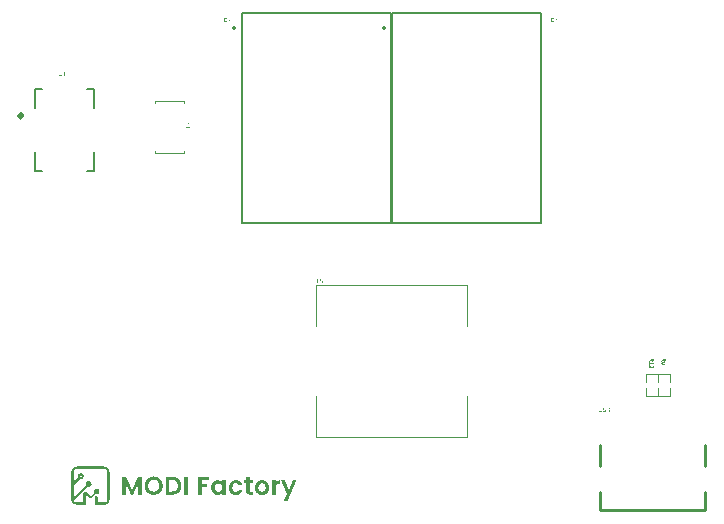
<source format=gto>
G04 Layer: TopSilkscreenLayer*
G04 EasyEDA v6.5.39, 2023-12-11 18:00:09*
G04 fc83978cdc934b7da63e149a84a413c2,10*
G04 Gerber Generator version 0.2*
G04 Scale: 100 percent, Rotated: No, Reflected: No *
G04 Dimensions in millimeters *
G04 leading zeros omitted , absolute positions ,4 integer and 5 decimal *
%FSLAX45Y45*%
%MOMM*%

%ADD10C,0.1016*%
%ADD11C,0.2540*%
%ADD12C,0.1001*%
%ADD13C,0.1270*%
%ADD14C,0.3000*%
%ADD15C,0.1999*%
%ADD16C,0.0171*%

%LPD*%
G36*
X638251Y-3889552D02*
G01*
X636676Y-3890060D01*
X633476Y-3890162D01*
X625652Y-3891483D01*
X618845Y-3893413D01*
X611073Y-3897122D01*
X607161Y-3900017D01*
X602589Y-3904589D01*
X599541Y-3908704D01*
X595985Y-3916222D01*
X594766Y-3920134D01*
X593394Y-3926281D01*
X592074Y-3936847D01*
X592074Y-4166158D01*
X593394Y-4176928D01*
X594055Y-4180128D01*
X596646Y-4188714D01*
X599541Y-4194505D01*
X602538Y-4198620D01*
X607161Y-4203192D01*
X611073Y-4206087D01*
X617524Y-4209237D01*
X620776Y-4210456D01*
X624636Y-4211523D01*
X637286Y-4213453D01*
X712978Y-4213707D01*
X712978Y-4126839D01*
X713740Y-4126433D01*
X738784Y-4151325D01*
X742340Y-4153966D01*
X745896Y-4155897D01*
X750112Y-4157421D01*
X758240Y-4157421D01*
X762406Y-4155897D01*
X766013Y-4153966D01*
X769569Y-4151376D01*
X795832Y-4124909D01*
X798728Y-4125925D01*
X804722Y-4126737D01*
X810768Y-4125925D01*
X813308Y-4125214D01*
X818184Y-4122826D01*
X820775Y-4120845D01*
X824077Y-4117594D01*
X826719Y-4113631D01*
X828040Y-4110786D01*
X829513Y-4106214D01*
X829513Y-4097172D01*
X828090Y-4092600D01*
X826109Y-4088739D01*
X822807Y-4084269D01*
X818540Y-4080764D01*
X813206Y-4078173D01*
X808177Y-4076903D01*
X801979Y-4076903D01*
X796493Y-4078224D01*
X793242Y-4079646D01*
X788720Y-4082643D01*
X785114Y-4086453D01*
X782828Y-4090009D01*
X781405Y-4093057D01*
X780135Y-4097934D01*
X780135Y-4103319D01*
X799490Y-4103319D01*
X799490Y-4100068D01*
X800506Y-4098137D01*
X802944Y-4096359D01*
X806399Y-4096359D01*
X808228Y-4097274D01*
X809904Y-4099255D01*
X810310Y-4101541D01*
X809904Y-4104436D01*
X807720Y-4106621D01*
X804672Y-4107484D01*
X802335Y-4106621D01*
X800506Y-4105351D01*
X799490Y-4103319D01*
X780135Y-4103319D01*
X780135Y-4105503D01*
X781812Y-4111244D01*
X780034Y-4113377D01*
X756615Y-4137050D01*
X754176Y-4138320D01*
X751789Y-4137050D01*
X720852Y-4106214D01*
X717397Y-4103522D01*
X715111Y-4102252D01*
X711200Y-4100880D01*
X705358Y-4100880D01*
X702056Y-4102100D01*
X699109Y-4104132D01*
X696874Y-4106875D01*
X695299Y-4109770D01*
X694080Y-4113682D01*
X693724Y-4194098D01*
X642823Y-4194301D01*
X633730Y-4193540D01*
X629056Y-4192574D01*
X624738Y-4191304D01*
X621995Y-4190034D01*
X618845Y-4187647D01*
X616712Y-4185310D01*
X614121Y-4180128D01*
X613105Y-4176014D01*
X729488Y-4059631D01*
X736854Y-4061307D01*
X741070Y-4061307D01*
X746861Y-4059986D01*
X752551Y-4057345D01*
X756716Y-4053890D01*
X759968Y-4049877D01*
X762050Y-4045610D01*
X762762Y-4043679D01*
X763879Y-4038142D01*
X763879Y-4034434D01*
X762050Y-4027119D01*
X759866Y-4022699D01*
X756462Y-4018584D01*
X752449Y-4015333D01*
X748182Y-4013250D01*
X746302Y-4012539D01*
X741070Y-4011422D01*
X736650Y-4011422D01*
X730656Y-4012793D01*
X726490Y-4014673D01*
X723544Y-4016705D01*
X720039Y-4020007D01*
X717296Y-4023868D01*
X715975Y-4026458D01*
X714857Y-4029710D01*
X713994Y-4034231D01*
X713994Y-4037736D01*
X733450Y-4037736D01*
X733450Y-4034891D01*
X734974Y-4032402D01*
X737463Y-4030878D01*
X740359Y-4030827D01*
X743000Y-4032402D01*
X744474Y-4034993D01*
X744474Y-4037736D01*
X743000Y-4040327D01*
X740359Y-4041851D01*
X737514Y-4041851D01*
X734872Y-4040327D01*
X733450Y-4037736D01*
X713994Y-4037736D01*
X714908Y-4043019D01*
X715670Y-4045813D01*
X612038Y-4149496D01*
X611530Y-4149496D01*
X611530Y-4046270D01*
X663651Y-3994150D01*
X669848Y-3995826D01*
X676198Y-3995826D01*
X681177Y-3994556D01*
X685393Y-3992676D01*
X688543Y-3990543D01*
X692454Y-3986580D01*
X695147Y-3982567D01*
X696620Y-3978808D01*
X697738Y-3974592D01*
X697738Y-3967479D01*
X696214Y-3961892D01*
X695045Y-3959351D01*
X691997Y-3954830D01*
X688543Y-3951579D01*
X686257Y-3949852D01*
X682345Y-3947922D01*
X678129Y-3946601D01*
X672947Y-3945940D01*
X666800Y-3946804D01*
X663549Y-3947922D01*
X659434Y-3949954D01*
X655320Y-3953357D01*
X651916Y-3957421D01*
X649224Y-3963263D01*
X648106Y-3969105D01*
X648224Y-3971086D01*
X667258Y-3971086D01*
X668020Y-3968394D01*
X669493Y-3966616D01*
X671982Y-3965397D01*
X673760Y-3965346D01*
X676757Y-3966768D01*
X678332Y-3969258D01*
X678332Y-3972814D01*
X676910Y-3974998D01*
X674776Y-3976370D01*
X670966Y-3976370D01*
X668070Y-3973829D01*
X667258Y-3971086D01*
X648224Y-3971086D01*
X648462Y-3975912D01*
X649325Y-3978960D01*
X649782Y-3979418D01*
X649782Y-3980434D01*
X612038Y-4018229D01*
X611530Y-4018229D01*
X611530Y-3938270D01*
X612495Y-3929532D01*
X613765Y-3924350D01*
X615746Y-3919372D01*
X618134Y-3916222D01*
X621995Y-3913174D01*
X624738Y-3911904D01*
X631291Y-3910126D01*
X641858Y-3908958D01*
X866851Y-3908958D01*
X876249Y-3909923D01*
X880770Y-3910990D01*
X886358Y-3913174D01*
X890219Y-3916222D01*
X892606Y-3919372D01*
X893978Y-3922369D01*
X895451Y-3927246D01*
X896823Y-3937711D01*
X896823Y-4165498D01*
X895451Y-4175912D01*
X893978Y-4180840D01*
X892606Y-4183786D01*
X890219Y-4186936D01*
X886358Y-4190034D01*
X883615Y-4191304D01*
X879297Y-4192574D01*
X876096Y-4193235D01*
X865530Y-4194301D01*
X814628Y-4194098D01*
X814324Y-4145787D01*
X813714Y-4144467D01*
X811885Y-4141724D01*
X809142Y-4139895D01*
X806450Y-4139031D01*
X802335Y-4139336D01*
X799338Y-4140708D01*
X796696Y-4143654D01*
X795528Y-4146092D01*
X795324Y-4213707D01*
X870712Y-4213453D01*
X880770Y-4212082D01*
X884986Y-4211167D01*
X890168Y-4209542D01*
X897280Y-4206087D01*
X901192Y-4203192D01*
X905814Y-4198620D01*
X908812Y-4194505D01*
X911707Y-4188714D01*
X913587Y-4183075D01*
X914704Y-4178198D01*
X915314Y-4174286D01*
X916279Y-4164279D01*
X916279Y-3938930D01*
X915314Y-3928872D01*
X914298Y-3923080D01*
X911707Y-3914495D01*
X908812Y-3908653D01*
X905764Y-3904589D01*
X901192Y-3900017D01*
X897280Y-3897122D01*
X890828Y-3893921D01*
X885647Y-3892245D01*
X878687Y-3890772D01*
X870712Y-3889756D01*
G37*
G36*
X1294434Y-3974439D02*
G01*
X1284071Y-3974541D01*
X1274673Y-3975811D01*
X1268831Y-3977132D01*
X1261973Y-3979265D01*
X1257503Y-3981043D01*
X1251000Y-3984294D01*
X1242568Y-3989628D01*
X1236726Y-3994658D01*
X1232814Y-3998569D01*
X1228242Y-4003801D01*
X1222248Y-4012793D01*
X1218793Y-4019550D01*
X1216761Y-4024833D01*
X1214221Y-4033926D01*
X1212596Y-4044289D01*
X1212596Y-4058665D01*
X1243736Y-4058665D01*
X1243736Y-4044442D01*
X1245057Y-4036872D01*
X1246378Y-4032300D01*
X1249476Y-4024833D01*
X1252778Y-4019448D01*
X1256588Y-4014825D01*
X1260856Y-4011015D01*
X1266037Y-4007510D01*
X1271422Y-4004970D01*
X1276604Y-4003243D01*
X1286002Y-4001770D01*
X1292809Y-4001719D01*
X1302867Y-4003243D01*
X1308049Y-4004970D01*
X1313942Y-4007865D01*
X1318869Y-4011218D01*
X1323289Y-4015435D01*
X1326591Y-4019499D01*
X1330452Y-4026154D01*
X1332534Y-4031030D01*
X1334211Y-4036872D01*
X1335786Y-4047896D01*
X1335786Y-4054856D01*
X1335125Y-4061155D01*
X1334160Y-4066336D01*
X1331976Y-4073499D01*
X1329842Y-4078325D01*
X1327353Y-4082491D01*
X1327353Y-4082948D01*
X1323492Y-4087774D01*
X1318768Y-4092346D01*
X1312926Y-4096207D01*
X1308049Y-4098594D01*
X1301902Y-4100626D01*
X1298346Y-4101236D01*
X1289761Y-4101947D01*
X1281176Y-4101236D01*
X1277620Y-4100626D01*
X1270508Y-4098239D01*
X1264970Y-4095445D01*
X1260754Y-4092346D01*
X1256690Y-4088739D01*
X1252321Y-4083253D01*
X1250188Y-4079646D01*
X1247698Y-4074464D01*
X1246378Y-4070908D01*
X1245057Y-4066336D01*
X1243736Y-4058665D01*
X1212596Y-4058665D01*
X1213510Y-4065727D01*
X1215237Y-4073804D01*
X1217828Y-4081475D01*
X1222959Y-4091838D01*
X1227582Y-4098747D01*
X1234033Y-4106367D01*
X1242822Y-4113936D01*
X1247140Y-4116527D01*
X1250696Y-4118965D01*
X1257960Y-4122572D01*
X1262989Y-4124502D01*
X1272082Y-4127093D01*
X1282192Y-4128770D01*
X1297330Y-4128770D01*
X1309065Y-4126737D01*
X1313586Y-4125468D01*
X1319428Y-4123486D01*
X1323644Y-4121607D01*
X1328470Y-4119118D01*
X1337259Y-4113377D01*
X1343406Y-4108196D01*
X1345692Y-4105910D01*
X1350162Y-4100880D01*
X1357122Y-4090670D01*
X1361338Y-4081932D01*
X1364030Y-4073804D01*
X1366012Y-4064406D01*
X1366570Y-4059529D01*
X1366977Y-4047896D01*
X1366215Y-4040428D01*
X1365605Y-4036517D01*
X1363675Y-4028440D01*
X1362100Y-4023563D01*
X1360322Y-4019042D01*
X1356614Y-4011777D01*
X1350873Y-4003446D01*
X1346708Y-3998569D01*
X1342085Y-3994048D01*
X1336598Y-3989425D01*
X1326235Y-3982974D01*
X1319733Y-3980027D01*
X1313738Y-3977944D01*
X1309878Y-3976878D01*
X1300276Y-3975100D01*
G37*
G36*
X1392224Y-3976674D02*
G01*
X1392224Y-4101134D01*
X1422349Y-4101134D01*
X1422349Y-4002786D01*
X1423162Y-4001922D01*
X1450390Y-4002278D01*
X1460144Y-4004005D01*
X1465935Y-4005884D01*
X1473098Y-4009288D01*
X1478280Y-4013149D01*
X1483055Y-4018026D01*
X1486763Y-4023563D01*
X1488694Y-4027119D01*
X1490675Y-4032300D01*
X1491996Y-4037177D01*
X1493367Y-4045407D01*
X1493367Y-4058970D01*
X1491691Y-4068470D01*
X1489557Y-4075125D01*
X1486357Y-4081576D01*
X1482699Y-4086555D01*
X1478432Y-4090771D01*
X1473758Y-4094327D01*
X1468221Y-4097172D01*
X1464665Y-4098544D01*
X1460144Y-4099915D01*
X1451051Y-4101541D01*
X1423365Y-4101947D01*
X1422349Y-4101134D01*
X1392224Y-4101134D01*
X1392224Y-4127449D01*
X1450594Y-4127449D01*
X1462074Y-4126128D01*
X1472438Y-4123842D01*
X1477975Y-4122013D01*
X1486255Y-4118406D01*
X1486611Y-4118406D01*
X1489405Y-4116425D01*
X1489811Y-4116425D01*
X1492656Y-4114495D01*
X1493113Y-4114495D01*
X1497177Y-4111599D01*
X1502664Y-4107027D01*
X1508607Y-4100626D01*
X1514043Y-4092905D01*
X1518920Y-4083202D01*
X1521561Y-4075125D01*
X1523136Y-4068318D01*
X1524558Y-4055973D01*
X1524203Y-4044289D01*
X1522882Y-4034891D01*
X1521917Y-4030370D01*
X1519682Y-4023258D01*
X1518259Y-4019651D01*
X1515313Y-4013504D01*
X1508861Y-4003852D01*
X1502918Y-3997299D01*
X1495145Y-3990949D01*
X1487017Y-3986072D01*
X1480210Y-3982923D01*
X1472742Y-3980383D01*
X1467561Y-3979011D01*
X1456232Y-3976928D01*
G37*
G36*
X1022603Y-3976725D02*
G01*
X1022603Y-4127449D01*
X1052779Y-4127449D01*
X1052779Y-4032300D01*
X1053185Y-4030827D01*
X1053592Y-4030827D01*
X1093571Y-4127449D01*
X1116431Y-4127296D01*
X1156360Y-4030522D01*
X1156817Y-4030522D01*
X1156817Y-4127449D01*
X1186992Y-4127449D01*
X1186992Y-3976725D01*
X1152956Y-3976725D01*
X1105611Y-4087063D01*
X1105611Y-4087926D01*
X1104290Y-4087926D01*
X1104290Y-4087063D01*
X1079652Y-4029710D01*
X1079042Y-4027932D01*
X1056995Y-3976725D01*
G37*
G36*
X1549755Y-3976725D02*
G01*
X1549755Y-4127449D01*
X1579930Y-4127449D01*
X1579930Y-3976725D01*
G37*
G36*
X1666493Y-3976725D02*
G01*
X1666493Y-4127449D01*
X1696618Y-4127449D01*
X1696618Y-4064355D01*
X1697380Y-4063593D01*
X1744929Y-4063593D01*
X1744929Y-4039920D01*
X1697278Y-4039920D01*
X1696618Y-4038650D01*
X1696770Y-4001211D01*
X1759508Y-4001008D01*
X1759508Y-3976725D01*
G37*
G36*
X2070760Y-3978351D02*
G01*
X2070760Y-4007053D01*
X2069998Y-4007815D01*
X2056485Y-4007815D01*
X2056485Y-4032453D01*
X2070049Y-4032453D01*
X2070709Y-4033316D01*
X2070963Y-4098747D01*
X2071674Y-4101033D01*
X2072436Y-4104589D01*
X2073757Y-4108500D01*
X2075637Y-4112310D01*
X2078126Y-4115968D01*
X2081936Y-4119778D01*
X2085492Y-4122165D01*
X2089404Y-4124147D01*
X2095550Y-4126128D01*
X2104440Y-4127449D01*
X2127808Y-4127449D01*
X2127808Y-4102150D01*
X2115667Y-4102150D01*
X2108200Y-4101490D01*
X2104136Y-4099560D01*
X2102307Y-4096816D01*
X2101545Y-4094886D01*
X2100884Y-4089044D01*
X2100884Y-4033164D01*
X2102154Y-4032453D01*
X2127808Y-4032453D01*
X2127808Y-4007815D01*
X2102154Y-4007815D01*
X2100884Y-4007154D01*
X2100884Y-3978351D01*
G37*
G36*
X1827428Y-4005935D02*
G01*
X1821281Y-4006646D01*
X1816404Y-4007561D01*
X1809089Y-4010151D01*
X1802790Y-4013454D01*
X1797151Y-4017467D01*
X1791766Y-4022598D01*
X1786432Y-4029456D01*
X1786432Y-4029964D01*
X1785213Y-4031640D01*
X1783740Y-4034231D01*
X1780184Y-4042054D01*
X1778254Y-4048506D01*
X1776730Y-4056481D01*
X1775917Y-4067149D01*
X1776327Y-4072483D01*
X1807159Y-4072483D01*
X1807159Y-4061866D01*
X1807870Y-4057904D01*
X1809140Y-4053941D01*
X1809140Y-4053230D01*
X1811223Y-4048861D01*
X1814728Y-4043426D01*
X1818893Y-4039260D01*
X1823567Y-4036161D01*
X1827123Y-4034434D01*
X1830019Y-4033520D01*
X1835200Y-4032504D01*
X1844293Y-4032808D01*
X1850796Y-4034840D01*
X1854657Y-4036771D01*
X1858264Y-4039209D01*
X1862632Y-4043629D01*
X1866036Y-4048861D01*
X1867611Y-4052315D01*
X1869033Y-4056938D01*
X1870049Y-4062171D01*
X1870049Y-4073144D01*
X1869389Y-4077055D01*
X1868678Y-4079646D01*
X1866188Y-4086301D01*
X1862937Y-4091076D01*
X1859280Y-4095038D01*
X1855012Y-4098290D01*
X1850136Y-4100626D01*
X1846224Y-4101896D01*
X1841042Y-4102811D01*
X1836216Y-4102811D01*
X1830984Y-4101896D01*
X1827784Y-4100829D01*
X1823567Y-4098798D01*
X1819656Y-4096207D01*
X1815084Y-4091635D01*
X1811070Y-4085691D01*
X1811070Y-4085336D01*
X1809496Y-4081830D01*
X1808225Y-4077715D01*
X1807159Y-4072483D01*
X1776327Y-4072483D01*
X1776679Y-4077715D01*
X1778609Y-4086961D01*
X1780184Y-4092600D01*
X1783740Y-4100372D01*
X1787652Y-4106976D01*
X1792833Y-4113428D01*
X1798421Y-4118305D01*
X1802790Y-4121556D01*
X1809597Y-4125112D01*
X1816100Y-4127398D01*
X1822246Y-4128770D01*
X1828546Y-4129430D01*
X1833930Y-4129379D01*
X1842211Y-4128160D01*
X1848205Y-4126585D01*
X1854352Y-4123791D01*
X1859127Y-4120896D01*
X1863394Y-4117594D01*
X1867357Y-4113682D01*
X1869897Y-4110532D01*
X1870354Y-4111751D01*
X1870405Y-4127449D01*
X1900529Y-4127449D01*
X1900529Y-4007815D01*
X1870405Y-4007815D01*
X1870405Y-4023258D01*
X1869795Y-4024122D01*
X1867662Y-4021632D01*
X1864055Y-4018026D01*
X1860854Y-4015384D01*
X1856790Y-4012641D01*
X1850796Y-4009542D01*
X1844954Y-4007561D01*
X1838198Y-4006189D01*
G37*
G36*
X1980793Y-4005935D02*
G01*
X1974646Y-4006443D01*
X1968804Y-4007561D01*
X1960372Y-4010202D01*
X1953310Y-4013708D01*
X1947062Y-4017924D01*
X1941372Y-4023156D01*
X1936394Y-4029151D01*
X1932330Y-4035856D01*
X1929333Y-4042664D01*
X1927402Y-4049166D01*
X1925878Y-4056684D01*
X1925066Y-4067759D01*
X1925828Y-4078224D01*
X1927402Y-4086148D01*
X1929282Y-4092651D01*
X1932889Y-4100423D01*
X1936191Y-4105605D01*
X1939289Y-4109669D01*
X1944166Y-4114698D01*
X1947011Y-4117187D01*
X1953920Y-4121861D01*
X1961642Y-4125417D01*
X1967839Y-4127398D01*
X1974951Y-4128770D01*
X1982063Y-4129430D01*
X1988820Y-4129430D01*
X1996490Y-4128414D01*
X2002485Y-4127093D01*
X2008327Y-4125214D01*
X2016099Y-4121353D01*
X2019350Y-4119219D01*
X2022754Y-4116628D01*
X2026157Y-4113377D01*
X2030069Y-4109161D01*
X2032101Y-4106519D01*
X2035251Y-4101388D01*
X2037943Y-4095851D01*
X2040585Y-4088180D01*
X2040585Y-4087266D01*
X2008225Y-4087266D01*
X2004822Y-4094175D01*
X1999894Y-4099153D01*
X1995678Y-4101388D01*
X1992122Y-4102557D01*
X1986940Y-4103471D01*
X1981454Y-4103471D01*
X1976526Y-4102557D01*
X1973325Y-4101439D01*
X1970125Y-4099814D01*
X1966620Y-4097223D01*
X1964029Y-4094581D01*
X1961591Y-4090974D01*
X1959914Y-4087774D01*
X1957679Y-4081576D01*
X1956307Y-4074109D01*
X1956307Y-4060799D01*
X1957882Y-4052722D01*
X1959914Y-4047236D01*
X1961591Y-4043984D01*
X1964029Y-4040428D01*
X1966620Y-4037736D01*
X1970125Y-4035145D01*
X1973325Y-4033520D01*
X1976526Y-4032453D01*
X1981454Y-4031487D01*
X1986940Y-4031487D01*
X1991868Y-4032453D01*
X1995068Y-4033520D01*
X1997659Y-4034739D01*
X2002028Y-4038041D01*
X2004872Y-4041394D01*
X2006904Y-4044950D01*
X2008174Y-4048048D01*
X2040585Y-4048048D01*
X2040585Y-4047286D01*
X2039264Y-4042664D01*
X2037892Y-4039108D01*
X2034692Y-4032300D01*
X2030780Y-4026458D01*
X2028139Y-4023258D01*
X2024888Y-4020007D01*
X2020976Y-4016705D01*
X2014524Y-4012590D01*
X2009648Y-4010355D01*
X2004466Y-4008475D01*
X1993747Y-4006189D01*
G37*
G36*
X2209342Y-4005935D02*
G01*
X2203196Y-4005986D01*
X2197049Y-4006443D01*
X2189886Y-4007764D01*
X2182418Y-4010202D01*
X2174595Y-4013911D01*
X2168499Y-4017975D01*
X2163216Y-4022445D01*
X2158441Y-4027678D01*
X2153056Y-4035551D01*
X2149652Y-4042664D01*
X2147011Y-4051096D01*
X2145944Y-4057294D01*
X2145284Y-4066032D01*
X2145571Y-4073804D01*
X2176119Y-4073804D01*
X2176119Y-4061510D01*
X2177084Y-4056278D01*
X2178050Y-4052417D01*
X2180183Y-4047540D01*
X2183333Y-4042714D01*
X2187397Y-4038701D01*
X2192172Y-4035501D01*
X2196388Y-4033672D01*
X2202840Y-4032250D01*
X2209546Y-4032148D01*
X2216150Y-4033570D01*
X2216759Y-4034078D01*
X2217623Y-4034078D01*
X2220671Y-4035501D01*
X2225192Y-4038447D01*
X2229256Y-4042257D01*
X2232253Y-4046474D01*
X2234438Y-4050792D01*
X2235504Y-4054043D01*
X2237079Y-4061510D01*
X2237079Y-4073448D01*
X2235860Y-4079341D01*
X2235047Y-4082237D01*
X2231796Y-4088993D01*
X2229815Y-4091940D01*
X2225548Y-4096207D01*
X2220671Y-4099458D01*
X2218080Y-4100626D01*
X2214219Y-4101896D01*
X2210003Y-4102811D01*
X2201367Y-4102811D01*
X2195728Y-4101439D01*
X2191562Y-4099509D01*
X2186787Y-4096258D01*
X2182317Y-4091482D01*
X2180183Y-4087774D01*
X2178761Y-4084675D01*
X2177592Y-4080916D01*
X2176119Y-4073804D01*
X2145571Y-4073804D01*
X2145690Y-4077055D01*
X2146249Y-4079341D01*
X2147011Y-4084167D01*
X2149602Y-4092600D01*
X2152751Y-4099610D01*
X2157425Y-4106570D01*
X2160676Y-4110431D01*
X2164588Y-4114393D01*
X2168499Y-4117644D01*
X2174341Y-4121505D01*
X2182774Y-4125417D01*
X2189226Y-4127398D01*
X2195728Y-4128719D01*
X2205888Y-4129532D01*
X2216150Y-4128719D01*
X2222957Y-4127398D01*
X2231085Y-4124807D01*
X2238857Y-4121048D01*
X2245004Y-4116984D01*
X2251659Y-4111244D01*
X2252167Y-4110329D01*
X2255062Y-4107179D01*
X2259685Y-4100728D01*
X2263292Y-4093768D01*
X2265578Y-4087418D01*
X2266797Y-4082897D01*
X2268169Y-4074820D01*
X2268169Y-4060850D01*
X2266594Y-4051096D01*
X2263952Y-4042664D01*
X2260295Y-4035247D01*
X2255774Y-4028440D01*
X2250541Y-4022598D01*
X2244699Y-4017518D01*
X2238197Y-4013454D01*
X2230983Y-4010151D01*
X2222957Y-4007561D01*
X2216810Y-4006494D01*
G37*
G36*
X2354224Y-4006189D02*
G01*
X2353919Y-4006494D01*
X2349601Y-4007205D01*
X2343556Y-4009136D01*
X2338679Y-4011523D01*
X2333853Y-4014774D01*
X2327249Y-4021277D01*
X2324252Y-4025493D01*
X2323642Y-4024528D01*
X2323642Y-4007815D01*
X2293467Y-4007815D01*
X2293467Y-4127449D01*
X2323592Y-4127449D01*
X2323846Y-4061155D01*
X2325370Y-4054043D01*
X2327757Y-4048353D01*
X2330602Y-4044696D01*
X2335123Y-4041495D01*
X2340000Y-4039362D01*
X2345182Y-4038244D01*
X2360269Y-4037533D01*
X2360269Y-4006189D01*
G37*
G36*
X2369362Y-4007815D02*
G01*
X2369362Y-4008475D01*
X2417013Y-4124299D01*
X2416606Y-4125671D01*
X2396083Y-4172712D01*
X2391410Y-4183887D01*
X2423515Y-4183887D01*
X2426411Y-4177080D01*
X2426411Y-4176725D01*
X2497074Y-4008729D01*
X2497074Y-4007815D01*
X2465425Y-4007815D01*
X2434082Y-4090822D01*
X2433523Y-4090822D01*
X2433523Y-4089654D01*
X2433015Y-4089044D01*
X2404364Y-4011218D01*
X2402941Y-4007815D01*
G37*
G36*
X5588000Y-2977032D02*
G01*
X5588000Y-2981248D01*
X5622036Y-2981248D01*
X5622036Y-2987802D01*
X5621680Y-2991866D01*
X5620512Y-2994761D01*
X5618327Y-2996590D01*
X5615076Y-2997200D01*
X5611825Y-2996590D01*
X5609488Y-2994761D01*
X5608116Y-2991866D01*
X5607659Y-2987802D01*
X5607659Y-2981248D01*
X5604205Y-2981248D01*
X5604205Y-2988310D01*
X5588000Y-2997657D01*
X5588000Y-3002432D01*
X5604611Y-2992729D01*
X5605881Y-2996336D01*
X5608066Y-2999079D01*
X5611114Y-3000806D01*
X5615076Y-3001467D01*
X5619953Y-3000502D01*
X5623153Y-2997809D01*
X5624931Y-2993745D01*
X5625490Y-2988513D01*
X5625490Y-2977032D01*
G37*
G36*
X5614060Y-3006191D02*
G01*
X5608980Y-3006953D01*
X5605272Y-3008985D01*
X5603036Y-3012236D01*
X5602274Y-3016453D01*
X5602371Y-3017113D01*
X5605424Y-3017113D01*
X5606034Y-3014065D01*
X5607812Y-3011932D01*
X5610555Y-3010611D01*
X5614060Y-3010204D01*
X5617667Y-3010712D01*
X5620410Y-3012084D01*
X5622239Y-3014167D01*
X5622899Y-3016758D01*
X5622036Y-3020161D01*
X5619648Y-3022752D01*
X5615787Y-3024428D01*
X5610606Y-3025190D01*
X5608218Y-3023209D01*
X5606592Y-3021126D01*
X5605678Y-3019094D01*
X5605424Y-3017113D01*
X5602371Y-3017113D01*
X5602630Y-3018891D01*
X5603595Y-3021228D01*
X5605119Y-3023362D01*
X5607050Y-3025241D01*
X5599430Y-3024276D01*
X5594400Y-3022142D01*
X5591657Y-3019145D01*
X5590794Y-3015640D01*
X5590997Y-3013811D01*
X5591556Y-3012084D01*
X5592470Y-3010560D01*
X5593689Y-3009239D01*
X5591098Y-3006953D01*
X5589574Y-3008630D01*
X5588406Y-3010611D01*
X5587593Y-3012998D01*
X5587339Y-3015742D01*
X5588457Y-3020771D01*
X5592165Y-3025089D01*
X5598718Y-3028086D01*
X5608472Y-3029204D01*
X5616194Y-3028289D01*
X5621731Y-3025698D01*
X5625033Y-3021736D01*
X5626150Y-3016758D01*
X5625287Y-3012694D01*
X5622798Y-3009341D01*
X5618988Y-3007055D01*
G37*
G36*
X5486400Y-2977032D02*
G01*
X5486400Y-2981248D01*
X5520436Y-2981248D01*
X5520436Y-2987802D01*
X5520080Y-2991866D01*
X5518912Y-2994761D01*
X5516727Y-2996590D01*
X5513476Y-2997200D01*
X5510225Y-2996590D01*
X5507888Y-2994761D01*
X5506516Y-2991866D01*
X5506059Y-2987802D01*
X5506059Y-2981248D01*
X5502605Y-2981248D01*
X5502605Y-2988310D01*
X5486400Y-2997657D01*
X5486400Y-3002432D01*
X5503011Y-2992729D01*
X5504281Y-2996336D01*
X5506466Y-2999079D01*
X5509514Y-3000806D01*
X5513476Y-3001467D01*
X5518353Y-3000502D01*
X5521553Y-2997809D01*
X5523331Y-2993745D01*
X5523890Y-2988513D01*
X5523890Y-2977032D01*
G37*
G36*
X5486400Y-3008477D02*
G01*
X5486400Y-3028645D01*
X5489905Y-3028645D01*
X5489905Y-3021025D01*
X5523890Y-3021025D01*
X5523890Y-3017824D01*
X5522366Y-3014522D01*
X5521350Y-3010255D01*
X5518607Y-3010255D01*
X5518607Y-3016859D01*
X5489905Y-3016859D01*
X5489905Y-3008477D01*
G37*
G36*
X5519064Y-3034080D02*
G01*
X5516727Y-3036519D01*
X5518454Y-3038246D01*
X5519877Y-3040176D01*
X5520842Y-3042259D01*
X5521147Y-3044494D01*
X5520588Y-3047644D01*
X5518962Y-3049879D01*
X5516524Y-3051200D01*
X5513425Y-3051657D01*
X5508345Y-3050590D01*
X5502656Y-3047492D01*
X5496255Y-3042107D01*
X5488889Y-3034334D01*
X5486400Y-3034334D01*
X5486400Y-3057499D01*
X5490006Y-3057499D01*
X5489702Y-3040634D01*
X5496001Y-3046831D01*
X5501995Y-3051606D01*
X5507888Y-3054654D01*
X5513578Y-3055721D01*
X5518099Y-3055010D01*
X5521553Y-3052826D01*
X5523788Y-3049473D01*
X5524550Y-3044952D01*
X5524144Y-3041751D01*
X5523026Y-3038906D01*
X5521299Y-3036417D01*
G37*
G36*
X5106568Y-3390849D02*
G01*
X5101945Y-3391560D01*
X5098288Y-3393592D01*
X5095900Y-3396691D01*
X5094986Y-3400653D01*
X5095697Y-3404209D01*
X5097526Y-3406901D01*
X5099964Y-3408832D01*
X5110581Y-3413760D01*
X5112613Y-3415080D01*
X5113985Y-3416909D01*
X5114442Y-3419449D01*
X5113883Y-3422091D01*
X5112258Y-3424123D01*
X5109667Y-3425444D01*
X5106212Y-3425901D01*
X5103266Y-3425596D01*
X5100472Y-3424631D01*
X5097932Y-3423158D01*
X5095697Y-3421176D01*
X5093157Y-3424072D01*
X5095798Y-3426409D01*
X5098897Y-3428136D01*
X5102352Y-3429254D01*
X5106162Y-3429660D01*
X5111394Y-3428847D01*
X5115356Y-3426612D01*
X5117896Y-3423310D01*
X5118760Y-3419144D01*
X5118150Y-3415487D01*
X5116474Y-3412744D01*
X5114036Y-3410712D01*
X5110988Y-3409137D01*
X5103368Y-3405835D01*
X5101336Y-3404565D01*
X5099862Y-3402787D01*
X5099304Y-3400298D01*
X5099812Y-3397961D01*
X5101285Y-3396132D01*
X5103622Y-3394964D01*
X5106568Y-3394608D01*
X5109108Y-3394862D01*
X5111394Y-3395573D01*
X5113426Y-3396691D01*
X5115255Y-3398164D01*
X5117490Y-3395472D01*
X5115356Y-3393592D01*
X5112766Y-3392119D01*
X5109819Y-3391204D01*
G37*
G36*
X5059680Y-3391509D02*
G01*
X5059680Y-3413810D01*
X5060696Y-3421329D01*
X5063540Y-3426206D01*
X5067757Y-3428847D01*
X5072938Y-3429660D01*
X5078120Y-3428847D01*
X5082336Y-3426206D01*
X5085181Y-3421329D01*
X5086197Y-3413810D01*
X5086197Y-3391509D01*
X5082133Y-3391509D01*
X5082133Y-3413861D01*
X5081422Y-3419601D01*
X5079441Y-3423361D01*
X5076494Y-3425342D01*
X5072938Y-3425901D01*
X5069382Y-3425342D01*
X5066538Y-3423361D01*
X5064607Y-3419601D01*
X5063896Y-3413861D01*
X5063896Y-3391509D01*
G37*
G36*
X5126228Y-3391509D02*
G01*
X5126228Y-3394913D01*
X5136489Y-3394913D01*
X5140502Y-3395218D01*
X5143398Y-3396335D01*
X5145125Y-3398265D01*
X5145684Y-3401212D01*
X5145176Y-3403854D01*
X5143500Y-3405886D01*
X5140553Y-3407156D01*
X5136235Y-3407613D01*
X5130495Y-3407613D01*
X5130495Y-3394913D01*
X5126228Y-3394913D01*
X5126228Y-3410864D01*
X5137251Y-3410864D01*
X5141772Y-3411270D01*
X5145176Y-3412591D01*
X5147259Y-3414776D01*
X5147970Y-3417874D01*
X5147208Y-3421329D01*
X5145074Y-3423767D01*
X5141722Y-3425139D01*
X5137251Y-3425596D01*
X5130495Y-3425596D01*
X5130495Y-3410864D01*
X5126228Y-3410864D01*
X5126228Y-3429000D01*
X5137912Y-3429000D01*
X5143652Y-3428339D01*
X5148173Y-3426256D01*
X5151069Y-3422853D01*
X5152085Y-3418027D01*
X5151526Y-3414572D01*
X5149951Y-3411931D01*
X5147462Y-3410102D01*
X5144312Y-3409035D01*
X5144312Y-3408832D01*
X5146700Y-3407562D01*
X5148478Y-3405733D01*
X5149545Y-3403346D01*
X5149900Y-3400704D01*
X5148986Y-3396487D01*
X5146344Y-3393643D01*
X5142331Y-3392017D01*
X5137099Y-3391509D01*
G37*
G36*
X5168341Y-3391509D02*
G01*
X5165039Y-3393033D01*
X5160772Y-3394049D01*
X5160772Y-3396792D01*
X5167376Y-3396792D01*
X5167376Y-3425494D01*
X5158943Y-3425494D01*
X5158943Y-3429000D01*
X5179161Y-3429000D01*
X5179161Y-3425494D01*
X5171490Y-3425494D01*
X5171490Y-3391509D01*
G37*
G36*
X2709113Y-2298649D02*
G01*
X2704490Y-2299360D01*
X2700832Y-2301392D01*
X2698394Y-2304491D01*
X2697530Y-2308453D01*
X2698242Y-2312009D01*
X2700020Y-2314702D01*
X2702509Y-2316632D01*
X2713075Y-2321560D01*
X2715107Y-2322880D01*
X2716479Y-2324709D01*
X2716987Y-2327249D01*
X2716428Y-2329891D01*
X2714802Y-2331923D01*
X2712161Y-2333244D01*
X2708757Y-2333701D01*
X2705811Y-2333396D01*
X2703017Y-2332431D01*
X2700477Y-2330958D01*
X2698242Y-2328976D01*
X2695702Y-2331872D01*
X2698343Y-2334209D01*
X2701391Y-2335936D01*
X2704846Y-2337054D01*
X2708706Y-2337460D01*
X2713939Y-2336647D01*
X2717901Y-2334412D01*
X2720390Y-2331110D01*
X2721305Y-2326944D01*
X2720695Y-2323287D01*
X2719019Y-2320544D01*
X2716530Y-2318512D01*
X2713482Y-2316937D01*
X2705862Y-2313635D01*
X2703880Y-2312365D01*
X2702407Y-2310587D01*
X2701848Y-2308098D01*
X2702356Y-2305761D01*
X2703830Y-2303932D01*
X2706116Y-2302764D01*
X2709113Y-2302408D01*
X2711653Y-2302662D01*
X2713888Y-2303373D01*
X2715920Y-2304491D01*
X2717749Y-2305964D01*
X2719984Y-2303272D01*
X2717850Y-2301392D01*
X2715260Y-2299919D01*
X2712364Y-2299004D01*
G37*
G36*
X2672232Y-2299309D02*
G01*
X2672232Y-2336800D01*
X2693009Y-2336800D01*
X2693009Y-2333193D01*
X2676499Y-2333193D01*
X2676499Y-2299309D01*
G37*
G36*
X2737459Y-2299309D02*
G01*
X2734157Y-2300833D01*
X2729890Y-2301849D01*
X2729890Y-2304592D01*
X2736494Y-2304592D01*
X2736494Y-2333294D01*
X2728112Y-2333294D01*
X2728112Y-2336800D01*
X2748280Y-2336800D01*
X2748280Y-2333294D01*
X2740660Y-2333294D01*
X2740660Y-2299309D01*
G37*
G36*
X487680Y-546709D02*
G01*
X487680Y-569010D01*
X488696Y-576529D01*
X491540Y-581406D01*
X495757Y-584047D01*
X500938Y-584860D01*
X506120Y-584047D01*
X510336Y-581406D01*
X513181Y-576529D01*
X514197Y-569010D01*
X514197Y-546709D01*
X510133Y-546709D01*
X510133Y-569061D01*
X509422Y-574802D01*
X507441Y-578561D01*
X504494Y-580542D01*
X500938Y-581101D01*
X497382Y-580542D01*
X494538Y-578561D01*
X492607Y-574802D01*
X491896Y-569061D01*
X491896Y-546709D01*
G37*
G36*
X533196Y-546709D02*
G01*
X529894Y-548233D01*
X525627Y-549249D01*
X525627Y-551992D01*
X532231Y-551992D01*
X532231Y-580694D01*
X523849Y-580694D01*
X523849Y-584200D01*
X544017Y-584200D01*
X544017Y-580694D01*
X536346Y-580694D01*
X536346Y-546709D01*
G37*
G36*
X1586433Y-967740D02*
G01*
X1586433Y-972870D01*
X1562709Y-972870D01*
X1562709Y-976528D01*
X1586433Y-976833D01*
X1586433Y-988821D01*
X1573022Y-979728D01*
X1567586Y-976782D01*
X1567586Y-976528D01*
X1562709Y-976528D01*
X1562709Y-977341D01*
X1587042Y-993241D01*
X1589735Y-993241D01*
X1589735Y-976833D01*
X1600200Y-976833D01*
X1600200Y-972870D01*
X1589735Y-972870D01*
X1589735Y-967740D01*
G37*
G36*
X1595475Y-996137D02*
G01*
X1592834Y-998474D01*
X1594662Y-1000404D01*
X1596034Y-1002487D01*
X1596847Y-1004773D01*
X1597152Y-1007364D01*
X1596034Y-1012342D01*
X1592884Y-1016101D01*
X1587906Y-1018489D01*
X1581353Y-1019352D01*
X1574850Y-1018438D01*
X1569974Y-1016000D01*
X1566875Y-1012190D01*
X1565808Y-1007211D01*
X1566062Y-1004874D01*
X1566773Y-1002792D01*
X1567891Y-1000963D01*
X1569364Y-999388D01*
X1566621Y-997051D01*
X1564894Y-998931D01*
X1563420Y-1001268D01*
X1562404Y-1004011D01*
X1562049Y-1007262D01*
X1563370Y-1013815D01*
X1567230Y-1018997D01*
X1573326Y-1022451D01*
X1581454Y-1023670D01*
X1589633Y-1022451D01*
X1595729Y-1019098D01*
X1599539Y-1013968D01*
X1600860Y-1007567D01*
X1600504Y-1004112D01*
X1599488Y-1001115D01*
X1597761Y-998474D01*
G37*
G36*
X1562709Y-1031900D02*
G01*
X1562709Y-1036167D01*
X1600200Y-1036167D01*
X1600200Y-1031900D01*
G37*
G36*
X1927555Y-88849D02*
G01*
X1924304Y-89255D01*
X1921459Y-90373D01*
X1918970Y-92100D01*
X1916633Y-94335D01*
X1919071Y-96672D01*
X1920798Y-94945D01*
X1922729Y-93522D01*
X1924812Y-92557D01*
X1927047Y-92252D01*
X1930196Y-92811D01*
X1932432Y-94437D01*
X1933752Y-96875D01*
X1934210Y-99974D01*
X1933193Y-105054D01*
X1930044Y-110744D01*
X1924659Y-117144D01*
X1916887Y-124510D01*
X1916887Y-127000D01*
X1940102Y-127000D01*
X1940102Y-123393D01*
X1923186Y-123698D01*
X1929384Y-117398D01*
X1934159Y-111404D01*
X1937207Y-105511D01*
X1938274Y-99822D01*
X1937562Y-95300D01*
X1935429Y-91846D01*
X1932025Y-89611D01*
G37*
G36*
X1884832Y-89509D02*
G01*
X1884832Y-93014D01*
X1893671Y-93014D01*
X1899615Y-94030D01*
X1903882Y-96977D01*
X1906371Y-101701D01*
X1907184Y-108102D01*
X1906371Y-114554D01*
X1903882Y-119380D01*
X1899615Y-122478D01*
X1893671Y-123494D01*
X1889099Y-123494D01*
X1889099Y-93014D01*
X1884832Y-93014D01*
X1884832Y-127000D01*
X1894179Y-127000D01*
X1901698Y-125679D01*
X1907133Y-121970D01*
X1910435Y-116027D01*
X1911553Y-108102D01*
X1910435Y-100228D01*
X1907133Y-94386D01*
X1901647Y-90779D01*
X1894027Y-89509D01*
G37*
G36*
X4696460Y-88798D02*
G01*
X4693412Y-89154D01*
X4690668Y-90119D01*
X4688281Y-91490D01*
X4686096Y-93268D01*
X4688382Y-95961D01*
X4690110Y-94488D01*
X4691989Y-93268D01*
X4694072Y-92506D01*
X4696307Y-92151D01*
X4699000Y-92659D01*
X4701082Y-93929D01*
X4702403Y-95859D01*
X4702860Y-98399D01*
X4702302Y-101346D01*
X4700524Y-103733D01*
X4697222Y-105257D01*
X4692294Y-105867D01*
X4692294Y-109118D01*
X4697831Y-109677D01*
X4701489Y-111252D01*
X4703521Y-113741D01*
X4704181Y-116890D01*
X4703572Y-119938D01*
X4701946Y-122224D01*
X4699508Y-123698D01*
X4696358Y-124206D01*
X4693310Y-123799D01*
X4690770Y-122834D01*
X4688636Y-121462D01*
X4686858Y-119837D01*
X4684725Y-122529D01*
X4686757Y-124460D01*
X4689348Y-126085D01*
X4692599Y-127254D01*
X4696612Y-127660D01*
X4701184Y-126949D01*
X4704943Y-124815D01*
X4707432Y-121462D01*
X4708347Y-116992D01*
X4707737Y-113487D01*
X4706010Y-110693D01*
X4703470Y-108661D01*
X4700371Y-107442D01*
X4700371Y-107238D01*
X4703114Y-105867D01*
X4705248Y-103885D01*
X4706620Y-101295D01*
X4707077Y-98094D01*
X4706315Y-94183D01*
X4704080Y-91236D01*
X4700676Y-89458D01*
G37*
G36*
X4653432Y-89509D02*
G01*
X4653432Y-93014D01*
X4662271Y-93014D01*
X4668215Y-94030D01*
X4672482Y-96977D01*
X4674971Y-101701D01*
X4675784Y-108102D01*
X4674971Y-114554D01*
X4672482Y-119380D01*
X4668215Y-122478D01*
X4662271Y-123494D01*
X4657699Y-123494D01*
X4657699Y-93014D01*
X4653432Y-93014D01*
X4653432Y-127000D01*
X4662779Y-127000D01*
X4670298Y-125679D01*
X4675733Y-121970D01*
X4679035Y-116027D01*
X4680153Y-108102D01*
X4679035Y-100228D01*
X4675733Y-94386D01*
X4670247Y-90779D01*
X4662627Y-89509D01*
G37*
D10*
X5663260Y-3177778D02*
G01*
X5663260Y-3105975D01*
X5563539Y-3105975D01*
X5563539Y-3177778D01*
X5663260Y-3223021D02*
G01*
X5663260Y-3294824D01*
X5563539Y-3294824D01*
X5563539Y-3223021D01*
X5461939Y-3223021D02*
G01*
X5461939Y-3294824D01*
X5561660Y-3294824D01*
X5561660Y-3223021D01*
X5461939Y-3177778D02*
G01*
X5461939Y-3105975D01*
X5561660Y-3105975D01*
X5561660Y-3177778D01*
D11*
X5958799Y-3884856D02*
G01*
X5958799Y-3705161D01*
X5064800Y-4108170D02*
G01*
X5064800Y-4258444D01*
X5958799Y-4258444D01*
X5958799Y-4108170D01*
X5064800Y-3705161D02*
G01*
X5064800Y-3884856D01*
D12*
X2661996Y-2697200D02*
G01*
X2661996Y-2357196D01*
X3942003Y-2357196D01*
X3942003Y-2697200D01*
X2661996Y-3297199D02*
G01*
X2661996Y-3637203D01*
X3942003Y-3637203D01*
X3942003Y-3297199D01*
D13*
X343408Y-691413D02*
G01*
X283413Y-691413D01*
X283413Y-851408D01*
X723392Y-691413D02*
G01*
X783386Y-691413D01*
X783386Y-851408D01*
X343408Y-1391386D02*
G01*
X283413Y-1391386D01*
X283413Y-1231392D01*
X723392Y-1391386D02*
G01*
X783386Y-1391386D01*
X783386Y-1231392D01*
D12*
X1542389Y-1215999D02*
G01*
X1542389Y-1235989D01*
X1302410Y-1235989D01*
X1302410Y-1215999D01*
X1542389Y-816000D02*
G01*
X1542389Y-796010D01*
X1302410Y-796010D01*
X1302410Y-816000D01*
D13*
X3299993Y-1826793D02*
G01*
X3299993Y-52806D01*
X2034006Y-52806D01*
X2034006Y-1826793D01*
X3299993Y-1826793D01*
X4569993Y-1826793D02*
G01*
X4569993Y-52806D01*
X3304006Y-52806D01*
X3304006Y-1826793D01*
X4569993Y-1826793D01*
D14*
G75*
G01*
X177546Y-921410D02*
G03*
X177521Y-922020I-14145J284D01*
D12*
G75*
G01*
X1342390Y-1275994D02*
G03*
X1342390Y-1266012I-356J4991D01*
G75*
G01*
X1342390Y-1266012D02*
G03*
X1342390Y-1275994I356J-4991D01*
D15*
G75*
G01*
X1978990Y-177800D02*
G03*
X1978990Y-178257I-10005J-229D01*
G75*
G01*
X3248990Y-177800D02*
G03*
X3248990Y-178257I-10005J-229D01*
M02*

</source>
